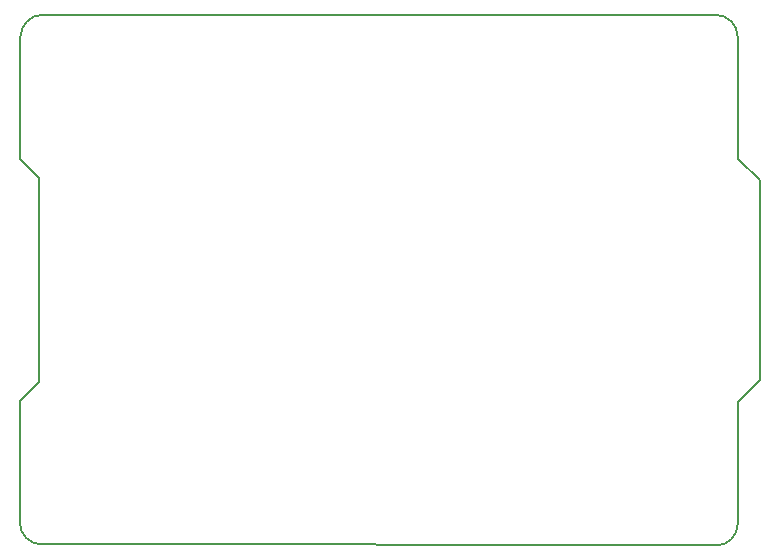
<source format=gm1>
G04*
G04 #@! TF.GenerationSoftware,Altium Limited,Altium Designer,24.5.2 (23)*
G04*
G04 Layer_Color=16711935*
%FSLAX44Y44*%
%MOMM*%
G71*
G04*
G04 #@! TF.SameCoordinates,4C0C2288-5299-42BB-A2D6-562D11BE746C*
G04*
G04*
G04 #@! TF.FilePolarity,Positive*
G04*
G01*
G75*
%ADD12C,0.2000*%
D12*
X512Y18730D02*
G03*
X19413Y-170I18900J0D01*
G01*
X608443Y429477D02*
G03*
X589610Y448310I-18833J0D01*
G01*
X590013Y-1008D02*
G03*
X608500Y17479I0J18487D01*
G01*
X20089Y448310D02*
G03*
X1012Y429233I0J-19077D01*
G01*
X887Y326607D02*
X1012Y429233D01*
X887Y326607D02*
X17126Y310329D01*
X512Y18730D02*
X637Y121356D01*
X16916Y137595D01*
X17126Y310329D01*
X608486Y120479D02*
X608500Y17479D01*
X608486Y120479D02*
X626883Y138881D01*
X608443Y429477D02*
X608457Y326478D01*
X626859Y308081D01*
X626883Y138881D01*
X20089Y448310D02*
X162469Y448310D01*
X162469Y448310D02*
X447230Y448310D01*
X162469Y448310D02*
X162469Y448310D01*
X447230Y448310D02*
X589610Y448310D01*
X19413Y-170D02*
X590013Y-1008D01*
M02*

</source>
